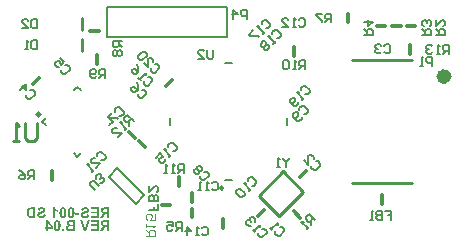
<source format=gbo>
G04 Layer_Color=32896*
%FSLAX43Y43*%
%MOMM*%
G71*
G01*
G75*
%ADD19C,0.254*%
%ADD51C,0.127*%
%ADD53C,0.305*%
%ADD55C,0.200*%
%ADD111C,0.250*%
%ADD112C,0.800*%
%ADD113C,0.300*%
%ADD114C,0.100*%
G36*
X5957Y741D02*
X5763D01*
X5443Y1637D01*
X5635D01*
X5854Y974D01*
X6081Y1637D01*
X6277D01*
X5957Y741D01*
D02*
G37*
G36*
X7925D02*
X7744D01*
Y1114D01*
X7696D01*
X7686Y1114D01*
X7667Y1113D01*
X7651Y1111D01*
X7638Y1110D01*
X7629Y1107D01*
X7622Y1106D01*
X7618Y1105D01*
X7616Y1104D01*
X7606Y1100D01*
X7595Y1094D01*
X7587Y1088D01*
X7578Y1082D01*
X7571Y1076D01*
X7567Y1072D01*
X7563Y1069D01*
X7562Y1067D01*
X7557Y1061D01*
X7550Y1054D01*
X7543Y1044D01*
X7536Y1035D01*
X7521Y1013D01*
X7505Y991D01*
X7497Y980D01*
X7490Y970D01*
X7484Y961D01*
X7478Y953D01*
X7473Y946D01*
X7470Y940D01*
X7467Y937D01*
X7466Y936D01*
X7336Y741D01*
X7119D01*
X7229Y915D01*
X7240Y933D01*
X7252Y951D01*
X7262Y967D01*
X7272Y981D01*
X7281Y995D01*
X7290Y1007D01*
X7298Y1017D01*
X7305Y1027D01*
X7311Y1035D01*
X7316Y1041D01*
X7321Y1048D01*
X7325Y1052D01*
X7328Y1055D01*
X7330Y1058D01*
X7331Y1059D01*
X7332Y1060D01*
X7347Y1075D01*
X7363Y1090D01*
X7379Y1102D01*
X7394Y1113D01*
X7408Y1122D01*
X7414Y1126D01*
X7418Y1129D01*
X7423Y1132D01*
X7426Y1134D01*
X7428Y1135D01*
X7428D01*
X7407Y1139D01*
X7387Y1144D01*
X7369Y1149D01*
X7351Y1156D01*
X7335Y1162D01*
X7321Y1169D01*
X7308Y1176D01*
X7296Y1183D01*
X7286Y1190D01*
X7277Y1196D01*
X7269Y1202D01*
X7263Y1208D01*
X7258Y1212D01*
X7255Y1215D01*
X7253Y1217D01*
X7252Y1218D01*
X7241Y1230D01*
X7232Y1244D01*
X7224Y1257D01*
X7217Y1271D01*
X7211Y1286D01*
X7207Y1299D01*
X7203Y1313D01*
X7200Y1326D01*
X7197Y1338D01*
X7195Y1349D01*
X7194Y1359D01*
X7193Y1368D01*
X7192Y1375D01*
Y1380D01*
Y1384D01*
Y1385D01*
X7193Y1400D01*
X7194Y1414D01*
X7198Y1440D01*
X7201Y1452D01*
X7205Y1464D01*
X7208Y1475D01*
X7211Y1485D01*
X7215Y1494D01*
X7219Y1502D01*
X7222Y1509D01*
X7225Y1515D01*
X7228Y1519D01*
X7230Y1522D01*
X7231Y1525D01*
X7232Y1526D01*
X7239Y1536D01*
X7247Y1547D01*
X7256Y1557D01*
X7264Y1565D01*
X7273Y1573D01*
X7281Y1580D01*
X7299Y1592D01*
X7313Y1601D01*
X7320Y1604D01*
X7325Y1607D01*
X7330Y1610D01*
X7333Y1611D01*
X7335Y1612D01*
X7336D01*
X7349Y1616D01*
X7364Y1620D01*
X7379Y1623D01*
X7396Y1627D01*
X7431Y1630D01*
X7465Y1634D01*
X7481Y1634D01*
X7496Y1635D01*
X7509Y1636D01*
X7522Y1637D01*
X7925D01*
Y741D01*
D02*
G37*
G36*
X2221Y2746D02*
X2238Y2744D01*
X2255Y2742D01*
X2271Y2740D01*
X2285Y2737D01*
X2299Y2734D01*
X2310Y2732D01*
X2322Y2728D01*
X2331Y2725D01*
X2340Y2723D01*
X2347Y2720D01*
X2352Y2718D01*
X2357Y2717D01*
X2359Y2715D01*
X2360D01*
X2373Y2709D01*
X2386Y2703D01*
X2397Y2695D01*
X2408Y2688D01*
X2418Y2680D01*
X2428Y2672D01*
X2436Y2665D01*
X2443Y2658D01*
X2450Y2651D01*
X2456Y2645D01*
X2461Y2639D01*
X2465Y2634D01*
X2468Y2630D01*
X2470Y2627D01*
X2471Y2625D01*
X2472Y2624D01*
X2479Y2613D01*
X2484Y2602D01*
X2490Y2591D01*
X2494Y2579D01*
X2501Y2558D01*
X2505Y2539D01*
X2507Y2529D01*
X2508Y2522D01*
X2508Y2515D01*
X2509Y2508D01*
X2510Y2504D01*
Y2500D01*
Y2498D01*
Y2497D01*
X2509Y2477D01*
X2506Y2459D01*
X2502Y2441D01*
X2497Y2424D01*
X2491Y2408D01*
X2484Y2393D01*
X2477Y2379D01*
X2469Y2367D01*
X2461Y2355D01*
X2454Y2345D01*
X2447Y2337D01*
X2441Y2330D01*
X2435Y2324D01*
X2431Y2320D01*
X2428Y2317D01*
X2428Y2316D01*
X2416Y2307D01*
X2402Y2298D01*
X2387Y2289D01*
X2371Y2281D01*
X2337Y2265D01*
X2304Y2253D01*
X2288Y2247D01*
X2273Y2242D01*
X2260Y2238D01*
X2247Y2234D01*
X2238Y2232D01*
X2230Y2229D01*
X2226Y2229D01*
X2225Y2228D01*
X2224D01*
X2204Y2223D01*
X2185Y2219D01*
X2168Y2214D01*
X2153Y2210D01*
X2140Y2206D01*
X2128Y2203D01*
X2117Y2201D01*
X2109Y2198D01*
X2101Y2196D01*
X2095Y2194D01*
X2089Y2192D01*
X2086Y2191D01*
X2082Y2191D01*
X2080Y2190D01*
X2079Y2189D01*
X2062Y2183D01*
X2049Y2176D01*
X2037Y2170D01*
X2028Y2163D01*
X2022Y2158D01*
X2017Y2154D01*
X2014Y2151D01*
X2013Y2150D01*
X2007Y2142D01*
X2002Y2132D01*
X1999Y2123D01*
X1997Y2114D01*
X1995Y2107D01*
X1995Y2101D01*
Y2097D01*
Y2096D01*
X1995Y2086D01*
X1996Y2078D01*
X1999Y2069D01*
X2002Y2062D01*
X2009Y2047D01*
X2016Y2034D01*
X2025Y2024D01*
X2032Y2016D01*
X2035Y2013D01*
X2037Y2011D01*
X2038Y2010D01*
X2039Y2009D01*
X2048Y2003D01*
X2058Y1998D01*
X2079Y1988D01*
X2100Y1982D01*
X2121Y1978D01*
X2131Y1976D01*
X2141Y1975D01*
X2149Y1974D01*
X2156D01*
X2163Y1973D01*
X2171D01*
X2186Y1974D01*
X2201Y1974D01*
X2214Y1977D01*
X2226Y1979D01*
X2238Y1982D01*
X2249Y1986D01*
X2259Y1990D01*
X2267Y1994D01*
X2275Y1997D01*
X2282Y2001D01*
X2288Y2005D01*
X2293Y2008D01*
X2297Y2010D01*
X2300Y2013D01*
X2302Y2013D01*
X2302Y2014D01*
X2311Y2023D01*
X2319Y2031D01*
X2333Y2052D01*
X2344Y2073D01*
X2352Y2095D01*
X2356Y2105D01*
X2358Y2114D01*
X2361Y2123D01*
X2363Y2130D01*
X2365Y2136D01*
X2365Y2141D01*
X2366Y2144D01*
Y2145D01*
X2543Y2128D01*
X2539Y2100D01*
X2533Y2075D01*
X2526Y2051D01*
X2519Y2028D01*
X2510Y2008D01*
X2501Y1988D01*
X2491Y1971D01*
X2482Y1957D01*
X2473Y1943D01*
X2464Y1931D01*
X2456Y1921D01*
X2449Y1913D01*
X2443Y1907D01*
X2438Y1902D01*
X2435Y1899D01*
X2435Y1898D01*
X2417Y1884D01*
X2397Y1873D01*
X2376Y1862D01*
X2355Y1853D01*
X2334Y1845D01*
X2311Y1839D01*
X2290Y1834D01*
X2269Y1830D01*
X2250Y1826D01*
X2231Y1824D01*
X2215Y1822D01*
X2201Y1821D01*
X2189Y1821D01*
X2184Y1820D01*
X2173D01*
X2151Y1821D01*
X2131Y1821D01*
X2111Y1823D01*
X2093Y1825D01*
X2076Y1828D01*
X2060Y1830D01*
X2045Y1833D01*
X2032Y1836D01*
X2020Y1839D01*
X2009Y1842D01*
X2000Y1845D01*
X1992Y1847D01*
X1986Y1849D01*
X1982Y1851D01*
X1979Y1852D01*
X1978D01*
X1964Y1859D01*
X1950Y1866D01*
X1938Y1873D01*
X1926Y1882D01*
X1915Y1890D01*
X1905Y1898D01*
X1897Y1907D01*
X1888Y1915D01*
X1881Y1922D01*
X1875Y1929D01*
X1870Y1936D01*
X1865Y1941D01*
X1862Y1946D01*
X1859Y1949D01*
X1858Y1951D01*
X1857Y1952D01*
X1849Y1964D01*
X1842Y1978D01*
X1837Y1991D01*
X1832Y2003D01*
X1824Y2027D01*
X1821Y2039D01*
X1819Y2050D01*
X1817Y2059D01*
X1816Y2069D01*
X1815Y2076D01*
X1814Y2083D01*
X1814Y2089D01*
Y2093D01*
Y2096D01*
Y2097D01*
Y2112D01*
X1815Y2127D01*
X1817Y2141D01*
X1819Y2155D01*
X1822Y2167D01*
X1825Y2179D01*
X1828Y2190D01*
X1831Y2199D01*
X1835Y2208D01*
X1838Y2216D01*
X1841Y2223D01*
X1844Y2229D01*
X1846Y2233D01*
X1848Y2236D01*
X1849Y2238D01*
X1849Y2239D01*
X1864Y2259D01*
X1880Y2278D01*
X1897Y2293D01*
X1912Y2306D01*
X1927Y2316D01*
X1933Y2320D01*
X1938Y2323D01*
X1943Y2327D01*
X1946Y2328D01*
X1948Y2330D01*
X1949D01*
X1961Y2336D01*
X1975Y2342D01*
X1990Y2348D01*
X2006Y2354D01*
X2038Y2365D01*
X2070Y2375D01*
X2085Y2379D01*
X2099Y2383D01*
X2111Y2386D01*
X2122Y2389D01*
X2131Y2391D01*
X2138Y2393D01*
X2142Y2394D01*
X2144D01*
X2167Y2400D01*
X2189Y2406D01*
X2208Y2411D01*
X2226Y2417D01*
X2241Y2422D01*
X2254Y2427D01*
X2267Y2432D01*
X2277Y2436D01*
X2285Y2440D01*
X2292Y2443D01*
X2299Y2446D01*
X2302Y2449D01*
X2306Y2451D01*
X2309Y2452D01*
X2309Y2454D01*
X2310D01*
X2319Y2463D01*
X2326Y2472D01*
X2330Y2481D01*
X2334Y2490D01*
X2335Y2498D01*
X2336Y2503D01*
X2337Y2507D01*
Y2508D01*
X2335Y2521D01*
X2332Y2532D01*
X2328Y2542D01*
X2323Y2550D01*
X2317Y2556D01*
X2313Y2561D01*
X2310Y2564D01*
X2309Y2564D01*
X2300Y2570D01*
X2290Y2575D01*
X2271Y2583D01*
X2250Y2589D01*
X2230Y2593D01*
X2221Y2595D01*
X2212Y2596D01*
X2205Y2596D01*
X2198D01*
X2193Y2597D01*
X2171D01*
X2159Y2596D01*
X2146Y2594D01*
X2135Y2592D01*
X2124Y2590D01*
X2115Y2588D01*
X2107Y2585D01*
X2100Y2582D01*
X2093Y2579D01*
X2087Y2576D01*
X2082Y2574D01*
X2078Y2571D01*
X2075Y2570D01*
X2072Y2568D01*
X2072Y2567D01*
X2071D01*
X2064Y2561D01*
X2058Y2554D01*
X2047Y2539D01*
X2037Y2522D01*
X2031Y2505D01*
X2026Y2491D01*
X2024Y2484D01*
X2023Y2479D01*
X2022Y2474D01*
X2021Y2470D01*
X2020Y2468D01*
Y2467D01*
X1839Y2475D01*
X1841Y2498D01*
X1845Y2519D01*
X1849Y2540D01*
X1856Y2558D01*
X1863Y2575D01*
X1870Y2592D01*
X1878Y2606D01*
X1886Y2620D01*
X1894Y2632D01*
X1902Y2643D01*
X1909Y2651D01*
X1916Y2659D01*
X1922Y2665D01*
X1925Y2669D01*
X1929Y2672D01*
X1929Y2672D01*
X1946Y2686D01*
X1964Y2697D01*
X1985Y2707D01*
X2005Y2716D01*
X2026Y2723D01*
X2047Y2729D01*
X2068Y2734D01*
X2088Y2738D01*
X2107Y2741D01*
X2125Y2743D01*
X2142Y2745D01*
X2156Y2746D01*
X2167D01*
X2172Y2747D01*
X2202D01*
X2221Y2746D01*
D02*
G37*
G36*
X4706Y2735D02*
X4727Y2732D01*
X4748Y2727D01*
X4769Y2721D01*
X4787Y2714D01*
X4803Y2706D01*
X4818Y2698D01*
X4832Y2690D01*
X4844Y2680D01*
X4855Y2672D01*
X4863Y2665D01*
X4871Y2658D01*
X4877Y2651D01*
X4881Y2647D01*
X4884Y2644D01*
X4884Y2643D01*
X4892Y2632D01*
X4900Y2620D01*
X4913Y2596D01*
X4925Y2568D01*
X4935Y2539D01*
X4944Y2509D01*
X4951Y2479D01*
X4957Y2449D01*
X4961Y2419D01*
X4965Y2391D01*
X4968Y2365D01*
X4970Y2341D01*
Y2330D01*
X4971Y2320D01*
X4971Y2311D01*
Y2302D01*
X4972Y2295D01*
Y2289D01*
Y2285D01*
Y2282D01*
Y2279D01*
Y2278D01*
Y2254D01*
X4971Y2232D01*
X4970Y2210D01*
X4969Y2189D01*
X4967Y2169D01*
X4964Y2149D01*
X4962Y2131D01*
X4960Y2114D01*
X4957Y2097D01*
X4954Y2081D01*
X4951Y2066D01*
X4947Y2051D01*
X4944Y2038D01*
X4940Y2026D01*
X4936Y2013D01*
X4932Y2002D01*
X4925Y1982D01*
X4918Y1965D01*
X4911Y1951D01*
X4905Y1940D01*
X4899Y1931D01*
X4895Y1925D01*
X4893Y1922D01*
X4892Y1920D01*
X4877Y1902D01*
X4860Y1887D01*
X4843Y1873D01*
X4825Y1862D01*
X4807Y1852D01*
X4790Y1845D01*
X4773Y1838D01*
X4757Y1832D01*
X4741Y1828D01*
X4727Y1825D01*
X4714Y1823D01*
X4703Y1821D01*
X4694Y1821D01*
X4687Y1820D01*
X4682D01*
X4657Y1821D01*
X4636Y1824D01*
X4614Y1828D01*
X4595Y1834D01*
X4577Y1841D01*
X4560Y1849D01*
X4545Y1857D01*
X4531Y1866D01*
X4519Y1874D01*
X4508Y1883D01*
X4500Y1891D01*
X4492Y1898D01*
X4486Y1903D01*
X4482Y1908D01*
X4479Y1911D01*
X4479Y1912D01*
X4471Y1922D01*
X4463Y1934D01*
X4449Y1959D01*
X4438Y1987D01*
X4427Y2016D01*
X4419Y2045D01*
X4412Y2076D01*
X4406Y2107D01*
X4401Y2136D01*
X4398Y2164D01*
X4395Y2191D01*
X4392Y2215D01*
Y2226D01*
X4392Y2236D01*
X4391Y2244D01*
Y2253D01*
X4390Y2260D01*
Y2266D01*
Y2271D01*
Y2274D01*
Y2276D01*
Y2277D01*
Y2300D01*
X4391Y2323D01*
X4392Y2344D01*
X4394Y2365D01*
X4396Y2386D01*
X4398Y2405D01*
X4401Y2424D01*
X4404Y2442D01*
X4407Y2459D01*
X4410Y2474D01*
X4414Y2490D01*
X4418Y2505D01*
X4426Y2531D01*
X4434Y2555D01*
X4442Y2576D01*
X4450Y2594D01*
X4458Y2609D01*
X4464Y2621D01*
X4470Y2630D01*
X4474Y2637D01*
X4477Y2641D01*
X4478Y2642D01*
X4492Y2658D01*
X4507Y2673D01*
X4524Y2686D01*
X4541Y2696D01*
X4557Y2705D01*
X4574Y2713D01*
X4591Y2719D01*
X4607Y2724D01*
X4623Y2728D01*
X4636Y2731D01*
X4649Y2732D01*
X4660Y2734D01*
X4669Y2735D01*
X4676Y2735D01*
X4682D01*
X4706Y2735D01*
D02*
G37*
G36*
X4009D02*
X4031Y2732D01*
X4052Y2727D01*
X4072Y2721D01*
X4090Y2714D01*
X4106Y2706D01*
X4122Y2698D01*
X4135Y2690D01*
X4148Y2680D01*
X4159Y2672D01*
X4167Y2665D01*
X4175Y2658D01*
X4180Y2651D01*
X4185Y2647D01*
X4187Y2644D01*
X4188Y2643D01*
X4196Y2632D01*
X4204Y2620D01*
X4217Y2596D01*
X4228Y2568D01*
X4239Y2539D01*
X4247Y2509D01*
X4254Y2479D01*
X4260Y2449D01*
X4265Y2419D01*
X4269Y2391D01*
X4271Y2365D01*
X4274Y2341D01*
Y2330D01*
X4274Y2320D01*
X4275Y2311D01*
Y2302D01*
X4276Y2295D01*
Y2289D01*
Y2285D01*
Y2282D01*
Y2279D01*
Y2278D01*
Y2254D01*
X4275Y2232D01*
X4274Y2210D01*
X4273Y2189D01*
X4270Y2169D01*
X4268Y2149D01*
X4266Y2131D01*
X4263Y2114D01*
X4260Y2097D01*
X4257Y2081D01*
X4254Y2066D01*
X4250Y2051D01*
X4247Y2038D01*
X4243Y2026D01*
X4239Y2013D01*
X4235Y2002D01*
X4228Y1982D01*
X4221Y1965D01*
X4214Y1951D01*
X4208Y1940D01*
X4203Y1931D01*
X4199Y1925D01*
X4197Y1922D01*
X4196Y1920D01*
X4180Y1902D01*
X4164Y1887D01*
X4147Y1873D01*
X4129Y1862D01*
X4111Y1852D01*
X4094Y1845D01*
X4077Y1838D01*
X4061Y1832D01*
X4045Y1828D01*
X4031Y1825D01*
X4018Y1823D01*
X4007Y1821D01*
X3998Y1821D01*
X3991Y1820D01*
X3985D01*
X3961Y1821D01*
X3939Y1824D01*
X3918Y1828D01*
X3898Y1834D01*
X3880Y1841D01*
X3864Y1849D01*
X3848Y1857D01*
X3834Y1866D01*
X3823Y1874D01*
X3812Y1883D01*
X3803Y1891D01*
X3796Y1898D01*
X3790Y1903D01*
X3785Y1908D01*
X3783Y1911D01*
X3782Y1912D01*
X3775Y1922D01*
X3767Y1934D01*
X3753Y1959D01*
X3741Y1987D01*
X3731Y2016D01*
X3722Y2045D01*
X3715Y2076D01*
X3709Y2107D01*
X3705Y2136D01*
X3701Y2164D01*
X3698Y2191D01*
X3696Y2215D01*
Y2226D01*
X3695Y2236D01*
X3694Y2244D01*
Y2253D01*
X3694Y2260D01*
Y2266D01*
Y2271D01*
Y2274D01*
Y2276D01*
Y2277D01*
Y2300D01*
X3694Y2323D01*
X3696Y2344D01*
X3698Y2365D01*
X3699Y2386D01*
X3701Y2405D01*
X3705Y2424D01*
X3708Y2442D01*
X3711Y2459D01*
X3714Y2474D01*
X3718Y2490D01*
X3722Y2505D01*
X3729Y2531D01*
X3737Y2555D01*
X3746Y2576D01*
X3754Y2594D01*
X3761Y2609D01*
X3768Y2621D01*
X3774Y2630D01*
X3778Y2637D01*
X3781Y2641D01*
X3782Y2642D01*
X3796Y2658D01*
X3811Y2673D01*
X3827Y2686D01*
X3844Y2696D01*
X3861Y2705D01*
X3878Y2713D01*
X3895Y2719D01*
X3911Y2724D01*
X3926Y2728D01*
X3940Y2731D01*
X3953Y2732D01*
X3963Y2734D01*
X3973Y2735D01*
X3980Y2735D01*
X3985D01*
X4009Y2735D01*
D02*
G37*
G36*
X3122Y1071D02*
Y921D01*
X2755D01*
Y741D01*
X2588D01*
Y921D01*
X2477D01*
Y1072D01*
X2588D01*
Y1641D01*
X2733D01*
X3122Y1071D01*
D02*
G37*
G36*
X3522Y1640D02*
X3544Y1637D01*
X3565Y1632D01*
X3585Y1626D01*
X3603Y1619D01*
X3619Y1611D01*
X3635Y1603D01*
X3648Y1595D01*
X3660Y1585D01*
X3671Y1578D01*
X3680Y1570D01*
X3687Y1563D01*
X3693Y1557D01*
X3698Y1552D01*
X3700Y1549D01*
X3701Y1548D01*
X3708Y1537D01*
X3716Y1526D01*
X3729Y1501D01*
X3741Y1473D01*
X3751Y1444D01*
X3760Y1414D01*
X3767Y1384D01*
X3773Y1354D01*
X3778Y1324D01*
X3782Y1296D01*
X3784Y1270D01*
X3786Y1246D01*
Y1235D01*
X3787Y1225D01*
X3788Y1216D01*
Y1208D01*
X3789Y1201D01*
Y1194D01*
Y1190D01*
Y1187D01*
Y1184D01*
Y1184D01*
Y1159D01*
X3788Y1137D01*
X3786Y1115D01*
X3785Y1094D01*
X3783Y1074D01*
X3781Y1055D01*
X3778Y1037D01*
X3776Y1019D01*
X3773Y1002D01*
X3770Y986D01*
X3767Y971D01*
X3763Y957D01*
X3760Y943D01*
X3756Y931D01*
X3752Y919D01*
X3748Y908D01*
X3741Y887D01*
X3734Y870D01*
X3727Y856D01*
X3721Y845D01*
X3715Y836D01*
X3712Y830D01*
X3709Y827D01*
X3708Y825D01*
X3693Y807D01*
X3677Y792D01*
X3660Y779D01*
X3642Y767D01*
X3624Y758D01*
X3607Y750D01*
X3590Y743D01*
X3573Y737D01*
X3558Y734D01*
X3544Y730D01*
X3530Y728D01*
X3520Y727D01*
X3510Y726D01*
X3503Y725D01*
X3498D01*
X3474Y726D01*
X3452Y729D01*
X3430Y734D01*
X3411Y739D01*
X3393Y746D01*
X3377Y754D01*
X3361Y762D01*
X3347Y771D01*
X3335Y779D01*
X3325Y788D01*
X3316Y796D01*
X3308Y803D01*
X3303Y808D01*
X3298Y813D01*
X3296Y816D01*
X3295Y817D01*
X3287Y828D01*
X3279Y839D01*
X3265Y864D01*
X3254Y892D01*
X3244Y921D01*
X3235Y950D01*
X3228Y981D01*
X3222Y1012D01*
X3217Y1041D01*
X3214Y1069D01*
X3211Y1096D01*
X3209Y1120D01*
Y1131D01*
X3208Y1141D01*
X3207Y1149D01*
Y1158D01*
X3206Y1165D01*
Y1171D01*
Y1176D01*
Y1179D01*
Y1181D01*
Y1182D01*
Y1205D01*
X3207Y1228D01*
X3209Y1250D01*
X3210Y1271D01*
X3212Y1291D01*
X3214Y1310D01*
X3217Y1329D01*
X3220Y1347D01*
X3223Y1364D01*
X3227Y1379D01*
X3230Y1395D01*
X3234Y1410D01*
X3242Y1436D01*
X3250Y1460D01*
X3258Y1481D01*
X3266Y1499D01*
X3274Y1514D01*
X3280Y1526D01*
X3286Y1536D01*
X3290Y1542D01*
X3293Y1546D01*
X3294Y1547D01*
X3308Y1564D01*
X3324Y1578D01*
X3340Y1591D01*
X3357Y1601D01*
X3373Y1610D01*
X3391Y1618D01*
X3408Y1624D01*
X3423Y1629D01*
X3439Y1633D01*
X3453Y1636D01*
X3465Y1637D01*
X3476Y1639D01*
X3485Y1640D01*
X3492Y1641D01*
X3498D01*
X3522Y1640D01*
D02*
G37*
G36*
X4100Y741D02*
X3928D01*
Y912D01*
X4100D01*
Y741D01*
D02*
G37*
G36*
X7021D02*
X6339D01*
Y892D01*
X6840D01*
Y1135D01*
X6390D01*
Y1287D01*
X6840D01*
Y1485D01*
X6357D01*
Y1637D01*
X7021D01*
Y741D01*
D02*
G37*
G36*
X5002D02*
X4666D01*
X4638Y741D01*
X4612D01*
X4590Y742D01*
X4570D01*
X4552Y743D01*
X4536D01*
X4523Y744D01*
X4511Y744D01*
X4502D01*
X4494Y745D01*
X4484D01*
X4481Y746D01*
X4479D01*
X4453Y751D01*
X4429Y756D01*
X4409Y763D01*
X4399Y767D01*
X4391Y771D01*
X4383Y774D01*
X4377Y778D01*
X4371Y780D01*
X4366Y783D01*
X4362Y786D01*
X4360Y787D01*
X4358Y789D01*
X4357D01*
X4340Y803D01*
X4325Y818D01*
X4312Y833D01*
X4300Y848D01*
X4291Y861D01*
X4288Y866D01*
X4285Y872D01*
X4283Y876D01*
X4281Y879D01*
X4280Y880D01*
Y881D01*
X4270Y903D01*
X4263Y924D01*
X4258Y944D01*
X4255Y962D01*
X4253Y971D01*
X4253Y978D01*
X4252Y984D01*
Y990D01*
X4251Y994D01*
Y997D01*
Y999D01*
Y1000D01*
X4252Y1014D01*
X4253Y1028D01*
X4255Y1041D01*
X4258Y1054D01*
X4261Y1066D01*
X4265Y1077D01*
X4269Y1087D01*
X4273Y1097D01*
X4277Y1106D01*
X4281Y1113D01*
X4285Y1120D01*
X4288Y1125D01*
X4291Y1130D01*
X4294Y1133D01*
X4295Y1135D01*
X4295Y1135D01*
X4304Y1145D01*
X4313Y1156D01*
X4333Y1173D01*
X4354Y1187D01*
X4375Y1198D01*
X4384Y1202D01*
X4392Y1206D01*
X4401Y1210D01*
X4408Y1212D01*
X4413Y1215D01*
X4417Y1216D01*
X4420Y1217D01*
X4421D01*
X4400Y1228D01*
X4382Y1240D01*
X4367Y1253D01*
X4354Y1266D01*
X4343Y1278D01*
X4336Y1287D01*
X4333Y1291D01*
X4331Y1293D01*
X4329Y1295D01*
Y1295D01*
X4323Y1306D01*
X4318Y1316D01*
X4310Y1336D01*
X4304Y1355D01*
X4299Y1373D01*
X4298Y1381D01*
X4297Y1389D01*
X4296Y1395D01*
Y1400D01*
X4295Y1405D01*
Y1408D01*
Y1411D01*
Y1411D01*
X4297Y1432D01*
X4300Y1452D01*
X4304Y1470D01*
X4309Y1485D01*
X4312Y1491D01*
X4315Y1498D01*
X4317Y1503D01*
X4319Y1508D01*
X4321Y1511D01*
X4322Y1513D01*
X4323Y1515D01*
Y1515D01*
X4334Y1532D01*
X4345Y1547D01*
X4357Y1560D01*
X4368Y1571D01*
X4377Y1578D01*
X4385Y1585D01*
X4388Y1587D01*
X4390Y1589D01*
X4391Y1590D01*
X4392D01*
X4407Y1600D01*
X4424Y1608D01*
X4440Y1614D01*
X4454Y1620D01*
X4467Y1623D01*
X4472Y1624D01*
X4477Y1626D01*
X4480Y1627D01*
X4483D01*
X4485Y1627D01*
X4486D01*
X4496Y1629D01*
X4507Y1630D01*
X4520Y1632D01*
X4532Y1633D01*
X4559Y1634D01*
X4584Y1636D01*
X4608D01*
X4618Y1637D01*
X5002D01*
Y741D01*
D02*
G37*
G36*
X3286Y2720D02*
X3293Y2706D01*
X3300Y2692D01*
X3309Y2678D01*
X3318Y2665D01*
X3327Y2654D01*
X3336Y2643D01*
X3345Y2633D01*
X3353Y2623D01*
X3362Y2616D01*
X3369Y2609D01*
X3375Y2602D01*
X3380Y2598D01*
X3385Y2595D01*
X3387Y2592D01*
X3388Y2592D01*
X3403Y2581D01*
X3417Y2571D01*
X3431Y2561D01*
X3444Y2553D01*
X3457Y2545D01*
X3469Y2538D01*
X3480Y2533D01*
X3490Y2527D01*
X3500Y2522D01*
X3508Y2519D01*
X3516Y2515D01*
X3522Y2513D01*
X3527Y2511D01*
X3530Y2509D01*
X3533Y2508D01*
X3534D01*
Y2352D01*
X3510Y2361D01*
X3488Y2370D01*
X3466Y2379D01*
X3445Y2390D01*
X3426Y2401D01*
X3407Y2412D01*
X3391Y2422D01*
X3374Y2433D01*
X3360Y2443D01*
X3348Y2452D01*
X3337Y2460D01*
X3328Y2468D01*
X3321Y2473D01*
X3316Y2478D01*
X3312Y2481D01*
X3311Y2482D01*
Y1835D01*
X3140D01*
Y2735D01*
X3279D01*
X3286Y2720D01*
D02*
G37*
G36*
X5372Y2075D02*
X5034D01*
Y2247D01*
X5372D01*
Y2075D01*
D02*
G37*
G36*
X7925Y1835D02*
X7744D01*
Y2209D01*
X7696D01*
X7686Y2208D01*
X7667Y2208D01*
X7651Y2206D01*
X7638Y2205D01*
X7629Y2202D01*
X7622Y2201D01*
X7618Y2200D01*
X7616Y2199D01*
X7606Y2194D01*
X7595Y2189D01*
X7587Y2183D01*
X7578Y2177D01*
X7571Y2171D01*
X7567Y2166D01*
X7563Y2163D01*
X7562Y2162D01*
X7557Y2156D01*
X7550Y2149D01*
X7543Y2139D01*
X7536Y2130D01*
X7521Y2108D01*
X7505Y2086D01*
X7497Y2075D01*
X7490Y2065D01*
X7484Y2055D01*
X7478Y2048D01*
X7473Y2041D01*
X7470Y2035D01*
X7467Y2032D01*
X7466Y2030D01*
X7336Y1835D01*
X7119D01*
X7229Y2009D01*
X7240Y2028D01*
X7252Y2046D01*
X7262Y2062D01*
X7272Y2076D01*
X7281Y2090D01*
X7290Y2102D01*
X7298Y2112D01*
X7305Y2121D01*
X7311Y2130D01*
X7316Y2136D01*
X7321Y2142D01*
X7325Y2147D01*
X7328Y2150D01*
X7330Y2153D01*
X7331Y2154D01*
X7332Y2155D01*
X7347Y2170D01*
X7363Y2184D01*
X7379Y2197D01*
X7394Y2208D01*
X7408Y2217D01*
X7414Y2221D01*
X7418Y2224D01*
X7423Y2227D01*
X7426Y2229D01*
X7428Y2230D01*
X7428D01*
X7407Y2234D01*
X7387Y2239D01*
X7369Y2244D01*
X7351Y2250D01*
X7335Y2257D01*
X7321Y2264D01*
X7308Y2271D01*
X7296Y2278D01*
X7286Y2285D01*
X7277Y2291D01*
X7269Y2297D01*
X7263Y2302D01*
X7258Y2306D01*
X7255Y2309D01*
X7253Y2312D01*
X7252Y2313D01*
X7241Y2325D01*
X7232Y2339D01*
X7224Y2352D01*
X7217Y2366D01*
X7211Y2381D01*
X7207Y2394D01*
X7203Y2408D01*
X7200Y2421D01*
X7197Y2433D01*
X7195Y2444D01*
X7194Y2454D01*
X7193Y2463D01*
X7192Y2470D01*
Y2475D01*
Y2479D01*
Y2480D01*
X7193Y2494D01*
X7194Y2508D01*
X7198Y2535D01*
X7201Y2547D01*
X7205Y2559D01*
X7208Y2570D01*
X7211Y2580D01*
X7215Y2589D01*
X7219Y2597D01*
X7222Y2604D01*
X7225Y2609D01*
X7228Y2614D01*
X7230Y2617D01*
X7231Y2620D01*
X7232Y2620D01*
X7239Y2631D01*
X7247Y2642D01*
X7256Y2651D01*
X7264Y2660D01*
X7273Y2668D01*
X7281Y2675D01*
X7299Y2687D01*
X7313Y2696D01*
X7320Y2699D01*
X7325Y2702D01*
X7330Y2704D01*
X7333Y2706D01*
X7335Y2707D01*
X7336D01*
X7349Y2711D01*
X7364Y2715D01*
X7379Y2718D01*
X7396Y2721D01*
X7431Y2725D01*
X7465Y2728D01*
X7481Y2729D01*
X7496Y2730D01*
X7509Y2731D01*
X7522Y2732D01*
X7925D01*
Y1835D01*
D02*
G37*
G36*
X1662D02*
X1303D01*
X1286Y1836D01*
X1269Y1837D01*
X1254Y1838D01*
X1240Y1840D01*
X1227Y1842D01*
X1215Y1843D01*
X1204Y1845D01*
X1194Y1846D01*
X1186Y1848D01*
X1179Y1849D01*
X1172Y1851D01*
X1168Y1852D01*
X1165Y1853D01*
X1162Y1854D01*
X1161D01*
X1147Y1859D01*
X1133Y1864D01*
X1120Y1870D01*
X1108Y1876D01*
X1096Y1882D01*
X1086Y1888D01*
X1076Y1894D01*
X1067Y1899D01*
X1060Y1905D01*
X1053Y1910D01*
X1047Y1914D01*
X1043Y1918D01*
X1039Y1921D01*
X1036Y1923D01*
X1035Y1925D01*
X1034Y1926D01*
X1022Y1937D01*
X1012Y1950D01*
X993Y1976D01*
X976Y2002D01*
X962Y2027D01*
X957Y2039D01*
X952Y2050D01*
X948Y2059D01*
X945Y2068D01*
X942Y2075D01*
X940Y2079D01*
X938Y2083D01*
Y2084D01*
X929Y2115D01*
X922Y2148D01*
X917Y2180D01*
X915Y2194D01*
X914Y2209D01*
X913Y2223D01*
X912Y2236D01*
X911Y2247D01*
Y2256D01*
X910Y2264D01*
Y2270D01*
Y2273D01*
Y2275D01*
Y2298D01*
X912Y2320D01*
X913Y2341D01*
X915Y2361D01*
X917Y2379D01*
X920Y2397D01*
X922Y2413D01*
X925Y2428D01*
X928Y2441D01*
X931Y2452D01*
X933Y2463D01*
X935Y2470D01*
X937Y2477D01*
X938Y2482D01*
X940Y2485D01*
Y2486D01*
X952Y2517D01*
X959Y2532D01*
X966Y2545D01*
X973Y2558D01*
X980Y2570D01*
X987Y2581D01*
X994Y2591D01*
X1001Y2600D01*
X1007Y2608D01*
X1012Y2615D01*
X1017Y2620D01*
X1021Y2625D01*
X1024Y2629D01*
X1025Y2630D01*
X1026Y2631D01*
X1037Y2642D01*
X1048Y2652D01*
X1060Y2661D01*
X1071Y2669D01*
X1082Y2677D01*
X1093Y2683D01*
X1114Y2695D01*
X1124Y2700D01*
X1133Y2704D01*
X1140Y2707D01*
X1147Y2709D01*
X1153Y2711D01*
X1157Y2713D01*
X1160Y2714D01*
X1161D01*
X1172Y2717D01*
X1185Y2720D01*
X1212Y2724D01*
X1241Y2727D01*
X1268Y2729D01*
X1281Y2730D01*
X1293Y2731D01*
X1304D01*
X1313Y2732D01*
X1662D01*
Y1835D01*
D02*
G37*
G36*
X5910Y2746D02*
X5927Y2744D01*
X5945Y2742D01*
X5960Y2740D01*
X5974Y2737D01*
X5988Y2734D01*
X6000Y2732D01*
X6011Y2728D01*
X6021Y2725D01*
X6029Y2723D01*
X6036Y2720D01*
X6042Y2718D01*
X6046Y2717D01*
X6049Y2715D01*
X6050D01*
X6063Y2709D01*
X6075Y2703D01*
X6087Y2695D01*
X6098Y2688D01*
X6108Y2680D01*
X6117Y2672D01*
X6126Y2665D01*
X6133Y2658D01*
X6140Y2651D01*
X6145Y2645D01*
X6151Y2639D01*
X6154Y2634D01*
X6158Y2630D01*
X6160Y2627D01*
X6161Y2625D01*
X6161Y2624D01*
X6168Y2613D01*
X6174Y2602D01*
X6179Y2591D01*
X6183Y2579D01*
X6190Y2558D01*
X6195Y2539D01*
X6196Y2529D01*
X6197Y2522D01*
X6198Y2515D01*
X6199Y2508D01*
X6200Y2504D01*
Y2500D01*
Y2498D01*
Y2497D01*
X6199Y2477D01*
X6196Y2459D01*
X6192Y2441D01*
X6186Y2424D01*
X6180Y2408D01*
X6173Y2393D01*
X6166Y2379D01*
X6158Y2367D01*
X6151Y2355D01*
X6144Y2345D01*
X6137Y2337D01*
X6130Y2330D01*
X6125Y2324D01*
X6121Y2320D01*
X6118Y2317D01*
X6117Y2316D01*
X6105Y2307D01*
X6091Y2298D01*
X6077Y2289D01*
X6060Y2281D01*
X6027Y2265D01*
X5994Y2253D01*
X5977Y2247D01*
X5962Y2242D01*
X5949Y2238D01*
X5937Y2234D01*
X5927Y2232D01*
X5920Y2229D01*
X5915Y2229D01*
X5914Y2228D01*
X5913D01*
X5893Y2223D01*
X5875Y2219D01*
X5858Y2214D01*
X5843Y2210D01*
X5830Y2206D01*
X5818Y2203D01*
X5807Y2201D01*
X5798Y2198D01*
X5791Y2196D01*
X5784Y2194D01*
X5779Y2192D01*
X5775Y2191D01*
X5772Y2191D01*
X5770Y2190D01*
X5768Y2189D01*
X5752Y2183D01*
X5739Y2176D01*
X5727Y2170D01*
X5718Y2163D01*
X5711Y2158D01*
X5707Y2154D01*
X5704Y2151D01*
X5703Y2150D01*
X5697Y2142D01*
X5692Y2132D01*
X5689Y2123D01*
X5687Y2114D01*
X5685Y2107D01*
X5684Y2101D01*
Y2097D01*
Y2096D01*
X5685Y2086D01*
X5686Y2078D01*
X5688Y2069D01*
X5691Y2062D01*
X5698Y2047D01*
X5706Y2034D01*
X5715Y2024D01*
X5722Y2016D01*
X5725Y2013D01*
X5727Y2011D01*
X5728Y2010D01*
X5729Y2009D01*
X5737Y2003D01*
X5747Y1998D01*
X5768Y1988D01*
X5790Y1982D01*
X5811Y1978D01*
X5821Y1976D01*
X5830Y1975D01*
X5839Y1974D01*
X5846D01*
X5852Y1973D01*
X5861D01*
X5875Y1974D01*
X5890Y1974D01*
X5903Y1977D01*
X5916Y1979D01*
X5927Y1982D01*
X5938Y1986D01*
X5948Y1990D01*
X5957Y1994D01*
X5965Y1997D01*
X5972Y2001D01*
X5978Y2005D01*
X5983Y2008D01*
X5987Y2010D01*
X5990Y2013D01*
X5991Y2013D01*
X5992Y2014D01*
X6001Y2023D01*
X6008Y2031D01*
X6022Y2052D01*
X6033Y2073D01*
X6042Y2095D01*
X6046Y2105D01*
X6048Y2114D01*
X6050Y2123D01*
X6053Y2130D01*
X6054Y2136D01*
X6055Y2141D01*
X6056Y2144D01*
Y2145D01*
X6232Y2128D01*
X6228Y2100D01*
X6223Y2075D01*
X6216Y2051D01*
X6208Y2028D01*
X6200Y2008D01*
X6190Y1988D01*
X6181Y1971D01*
X6172Y1957D01*
X6162Y1943D01*
X6154Y1931D01*
X6146Y1921D01*
X6139Y1913D01*
X6133Y1907D01*
X6128Y1902D01*
X6125Y1899D01*
X6124Y1898D01*
X6106Y1884D01*
X6087Y1873D01*
X6066Y1862D01*
X6045Y1853D01*
X6023Y1845D01*
X6001Y1839D01*
X5980Y1834D01*
X5959Y1830D01*
X5939Y1826D01*
X5920Y1824D01*
X5904Y1822D01*
X5890Y1821D01*
X5879Y1821D01*
X5874Y1820D01*
X5862D01*
X5840Y1821D01*
X5820Y1821D01*
X5801Y1823D01*
X5783Y1825D01*
X5766Y1828D01*
X5750Y1830D01*
X5735Y1833D01*
X5722Y1836D01*
X5709Y1839D01*
X5699Y1842D01*
X5690Y1845D01*
X5682Y1847D01*
X5676Y1849D01*
X5672Y1851D01*
X5669Y1852D01*
X5668D01*
X5654Y1859D01*
X5640Y1866D01*
X5627Y1873D01*
X5616Y1882D01*
X5605Y1890D01*
X5595Y1898D01*
X5586Y1907D01*
X5578Y1915D01*
X5571Y1922D01*
X5565Y1929D01*
X5559Y1936D01*
X5554Y1941D01*
X5551Y1946D01*
X5549Y1949D01*
X5547Y1951D01*
X5547Y1952D01*
X5539Y1964D01*
X5532Y1978D01*
X5526Y1991D01*
X5522Y2003D01*
X5514Y2027D01*
X5511Y2039D01*
X5509Y2050D01*
X5507Y2059D01*
X5505Y2069D01*
X5505Y2076D01*
X5504Y2083D01*
X5503Y2089D01*
Y2093D01*
Y2096D01*
Y2097D01*
Y2112D01*
X5505Y2127D01*
X5506Y2141D01*
X5509Y2155D01*
X5512Y2167D01*
X5515Y2179D01*
X5518Y2190D01*
X5521Y2199D01*
X5524Y2208D01*
X5527Y2216D01*
X5530Y2223D01*
X5533Y2229D01*
X5536Y2233D01*
X5537Y2236D01*
X5538Y2238D01*
X5539Y2239D01*
X5554Y2259D01*
X5569Y2278D01*
X5586Y2293D01*
X5602Y2306D01*
X5617Y2316D01*
X5623Y2320D01*
X5627Y2323D01*
X5632Y2327D01*
X5635Y2328D01*
X5638Y2330D01*
X5638D01*
X5651Y2336D01*
X5665Y2342D01*
X5680Y2348D01*
X5695Y2354D01*
X5728Y2365D01*
X5760Y2375D01*
X5774Y2379D01*
X5788Y2383D01*
X5801Y2386D01*
X5812Y2389D01*
X5821Y2391D01*
X5828Y2393D01*
X5832Y2394D01*
X5833D01*
X5857Y2400D01*
X5879Y2406D01*
X5898Y2411D01*
X5915Y2417D01*
X5931Y2422D01*
X5944Y2427D01*
X5956Y2432D01*
X5966Y2436D01*
X5975Y2440D01*
X5982Y2443D01*
X5988Y2446D01*
X5992Y2449D01*
X5996Y2451D01*
X5998Y2452D01*
X5999Y2454D01*
X6000D01*
X6008Y2463D01*
X6015Y2472D01*
X6020Y2481D01*
X6023Y2490D01*
X6025Y2498D01*
X6025Y2503D01*
X6026Y2507D01*
Y2508D01*
X6025Y2521D01*
X6022Y2532D01*
X6018Y2542D01*
X6012Y2550D01*
X6007Y2556D01*
X6003Y2561D01*
X6000Y2564D01*
X5998Y2564D01*
X5990Y2570D01*
X5980Y2575D01*
X5960Y2583D01*
X5939Y2589D01*
X5920Y2593D01*
X5910Y2595D01*
X5902Y2596D01*
X5894Y2596D01*
X5888D01*
X5882Y2597D01*
X5861D01*
X5848Y2596D01*
X5836Y2594D01*
X5825Y2592D01*
X5814Y2590D01*
X5805Y2588D01*
X5796Y2585D01*
X5789Y2582D01*
X5782Y2579D01*
X5777Y2576D01*
X5771Y2574D01*
X5767Y2571D01*
X5764Y2570D01*
X5762Y2568D01*
X5761Y2567D01*
X5760D01*
X5753Y2561D01*
X5747Y2554D01*
X5736Y2539D01*
X5727Y2522D01*
X5721Y2505D01*
X5715Y2491D01*
X5714Y2484D01*
X5712Y2479D01*
X5711Y2474D01*
X5711Y2470D01*
X5710Y2468D01*
Y2467D01*
X5529Y2475D01*
X5530Y2498D01*
X5534Y2519D01*
X5539Y2540D01*
X5545Y2558D01*
X5552Y2575D01*
X5559Y2592D01*
X5568Y2606D01*
X5575Y2620D01*
X5584Y2632D01*
X5592Y2643D01*
X5599Y2651D01*
X5606Y2659D01*
X5611Y2665D01*
X5615Y2669D01*
X5618Y2672D01*
X5619Y2672D01*
X5636Y2686D01*
X5654Y2697D01*
X5674Y2707D01*
X5694Y2716D01*
X5715Y2723D01*
X5736Y2729D01*
X5757Y2734D01*
X5777Y2738D01*
X5797Y2741D01*
X5815Y2743D01*
X5831Y2745D01*
X5845Y2746D01*
X5857D01*
X5861Y2747D01*
X5892D01*
X5910Y2746D01*
D02*
G37*
G36*
X7021Y1835D02*
X6339D01*
Y1987D01*
X6840D01*
Y2230D01*
X6390D01*
Y2382D01*
X6840D01*
Y2580D01*
X6357D01*
Y2732D01*
X7021D01*
Y1835D01*
D02*
G37*
%LPC*%
G36*
X7744Y1485D02*
X7550D01*
X7536Y1484D01*
X7513D01*
X7504Y1484D01*
X7489D01*
X7484Y1483D01*
X7477D01*
X7473Y1482D01*
X7471D01*
X7456Y1478D01*
X7442Y1473D01*
X7431Y1467D01*
X7421Y1461D01*
X7414Y1456D01*
X7408Y1451D01*
X7404Y1448D01*
X7403Y1446D01*
X7395Y1435D01*
X7389Y1423D01*
X7385Y1411D01*
X7382Y1400D01*
X7380Y1389D01*
X7379Y1381D01*
Y1378D01*
Y1376D01*
Y1374D01*
Y1373D01*
X7379Y1358D01*
X7382Y1346D01*
X7385Y1334D01*
X7388Y1324D01*
X7391Y1316D01*
X7394Y1310D01*
X7396Y1307D01*
X7397Y1306D01*
X7405Y1296D01*
X7413Y1288D01*
X7421Y1282D01*
X7430Y1277D01*
X7437Y1273D01*
X7443Y1271D01*
X7447Y1269D01*
X7449Y1268D01*
X7456Y1267D01*
X7465Y1264D01*
X7475Y1264D01*
X7487Y1262D01*
X7500Y1261D01*
X7514Y1260D01*
X7541Y1259D01*
X7555Y1258D01*
X7567D01*
X7579Y1257D01*
X7744D01*
Y1485D01*
D02*
G37*
G36*
X4687Y2593D02*
X4682D01*
X4670Y2592D01*
X4660Y2590D01*
X4650Y2587D01*
X4642Y2583D01*
X4636Y2579D01*
X4630Y2576D01*
X4627Y2574D01*
X4626Y2573D01*
X4622Y2569D01*
X4618Y2564D01*
X4609Y2552D01*
X4602Y2539D01*
X4597Y2526D01*
X4592Y2513D01*
X4591Y2508D01*
X4589Y2503D01*
X4588Y2499D01*
X4587Y2496D01*
X4586Y2494D01*
Y2494D01*
X4583Y2481D01*
X4581Y2467D01*
X4578Y2452D01*
X4577Y2435D01*
X4575Y2418D01*
X4574Y2399D01*
X4572Y2363D01*
X4571Y2346D01*
X4570Y2330D01*
Y2315D01*
X4570Y2302D01*
Y2292D01*
Y2284D01*
Y2281D01*
Y2278D01*
Y2278D01*
Y2277D01*
Y2248D01*
X4570Y2222D01*
X4571Y2198D01*
X4573Y2175D01*
X4574Y2155D01*
X4575Y2137D01*
X4577Y2121D01*
X4578Y2106D01*
X4581Y2093D01*
X4582Y2083D01*
X4584Y2073D01*
X4584Y2065D01*
X4586Y2060D01*
X4587Y2056D01*
X4588Y2054D01*
Y2053D01*
X4593Y2035D01*
X4599Y2020D01*
X4606Y2008D01*
X4612Y1998D01*
X4618Y1991D01*
X4623Y1985D01*
X4626Y1982D01*
X4626Y1981D01*
X4636Y1975D01*
X4645Y1971D01*
X4654Y1967D01*
X4663Y1964D01*
X4671Y1963D01*
X4676Y1962D01*
X4682D01*
X4693Y1963D01*
X4703Y1965D01*
X4713Y1968D01*
X4720Y1972D01*
X4727Y1975D01*
X4732Y1978D01*
X4736Y1981D01*
X4737Y1981D01*
X4741Y1985D01*
X4745Y1991D01*
X4753Y2002D01*
X4760Y2015D01*
X4766Y2028D01*
X4771Y2041D01*
X4773Y2046D01*
X4774Y2051D01*
X4776Y2055D01*
X4776Y2058D01*
X4777Y2059D01*
Y2060D01*
X4780Y2072D01*
X4783Y2086D01*
X4784Y2102D01*
X4787Y2119D01*
X4787Y2136D01*
X4789Y2155D01*
X4790Y2191D01*
X4791Y2208D01*
X4792Y2224D01*
Y2239D01*
X4793Y2251D01*
Y2262D01*
Y2270D01*
Y2273D01*
Y2275D01*
Y2276D01*
Y2277D01*
Y2306D01*
X4792Y2332D01*
X4791Y2356D01*
X4790Y2379D01*
X4789Y2399D01*
X4787Y2418D01*
X4786Y2434D01*
X4784Y2449D01*
X4783Y2461D01*
X4781Y2472D01*
X4780Y2481D01*
X4778Y2488D01*
X4777Y2494D01*
X4776Y2498D01*
X4776Y2501D01*
Y2501D01*
X4770Y2519D01*
X4764Y2534D01*
X4758Y2547D01*
X4752Y2557D01*
X4746Y2564D01*
X4741Y2569D01*
X4738Y2572D01*
X4738Y2573D01*
X4728Y2580D01*
X4718Y2585D01*
X4709Y2589D01*
X4700Y2591D01*
X4692Y2592D01*
X4687Y2593D01*
D02*
G37*
G36*
X3991D02*
X3985D01*
X3974Y2592D01*
X3963Y2590D01*
X3954Y2587D01*
X3946Y2583D01*
X3939Y2579D01*
X3934Y2576D01*
X3931Y2574D01*
X3930Y2573D01*
X3925Y2569D01*
X3921Y2564D01*
X3913Y2552D01*
X3906Y2539D01*
X3900Y2526D01*
X3896Y2513D01*
X3894Y2508D01*
X3893Y2503D01*
X3891Y2499D01*
X3890Y2496D01*
X3890Y2494D01*
Y2494D01*
X3886Y2481D01*
X3884Y2467D01*
X3882Y2452D01*
X3880Y2435D01*
X3879Y2418D01*
X3877Y2399D01*
X3876Y2363D01*
X3875Y2346D01*
X3874Y2330D01*
Y2315D01*
X3873Y2302D01*
Y2292D01*
Y2284D01*
Y2281D01*
Y2278D01*
Y2278D01*
Y2277D01*
Y2248D01*
X3874Y2222D01*
X3875Y2198D01*
X3876Y2175D01*
X3877Y2155D01*
X3879Y2137D01*
X3880Y2121D01*
X3882Y2106D01*
X3884Y2093D01*
X3886Y2083D01*
X3887Y2073D01*
X3888Y2065D01*
X3890Y2060D01*
X3890Y2056D01*
X3891Y2054D01*
Y2053D01*
X3897Y2035D01*
X3903Y2020D01*
X3910Y2008D01*
X3916Y1998D01*
X3921Y1991D01*
X3926Y1985D01*
X3929Y1982D01*
X3930Y1981D01*
X3939Y1975D01*
X3949Y1971D01*
X3958Y1967D01*
X3967Y1964D01*
X3974Y1963D01*
X3980Y1962D01*
X3985D01*
X3997Y1963D01*
X4007Y1965D01*
X4016Y1968D01*
X4024Y1972D01*
X4031Y1975D01*
X4036Y1978D01*
X4040Y1981D01*
X4040Y1981D01*
X4045Y1985D01*
X4049Y1991D01*
X4057Y2002D01*
X4064Y2015D01*
X4070Y2028D01*
X4075Y2041D01*
X4076Y2046D01*
X4078Y2051D01*
X4079Y2055D01*
X4080Y2058D01*
X4081Y2059D01*
Y2060D01*
X4083Y2072D01*
X4086Y2086D01*
X4088Y2102D01*
X4090Y2119D01*
X4091Y2136D01*
X4092Y2155D01*
X4094Y2191D01*
X4095Y2208D01*
X4096Y2224D01*
Y2239D01*
X4096Y2251D01*
Y2262D01*
Y2270D01*
Y2273D01*
Y2275D01*
Y2276D01*
Y2277D01*
Y2306D01*
X4096Y2332D01*
X4095Y2356D01*
X4094Y2379D01*
X4092Y2399D01*
X4091Y2418D01*
X4089Y2434D01*
X4088Y2449D01*
X4086Y2461D01*
X4085Y2472D01*
X4083Y2481D01*
X4082Y2488D01*
X4081Y2494D01*
X4080Y2498D01*
X4079Y2501D01*
Y2501D01*
X4074Y2519D01*
X4068Y2534D01*
X4061Y2547D01*
X4055Y2557D01*
X4050Y2564D01*
X4045Y2569D01*
X4042Y2572D01*
X4041Y2573D01*
X4032Y2580D01*
X4022Y2585D01*
X4012Y2589D01*
X4004Y2591D01*
X3996Y2592D01*
X3991Y2593D01*
D02*
G37*
G36*
X2755Y1376D02*
Y1072D01*
X2961D01*
X2755Y1376D01*
D02*
G37*
G36*
X3503Y1498D02*
X3498D01*
X3486Y1498D01*
X3476Y1495D01*
X3467Y1492D01*
X3458Y1488D01*
X3452Y1484D01*
X3447Y1481D01*
X3443Y1479D01*
X3443Y1478D01*
X3438Y1474D01*
X3434Y1469D01*
X3426Y1457D01*
X3419Y1444D01*
X3413Y1431D01*
X3408Y1418D01*
X3407Y1413D01*
X3405Y1408D01*
X3404Y1404D01*
X3403Y1401D01*
X3402Y1400D01*
Y1399D01*
X3399Y1386D01*
X3397Y1372D01*
X3394Y1357D01*
X3393Y1340D01*
X3391Y1323D01*
X3390Y1304D01*
X3388Y1268D01*
X3387Y1251D01*
X3387Y1235D01*
Y1220D01*
X3386Y1208D01*
Y1197D01*
Y1189D01*
Y1186D01*
Y1184D01*
Y1183D01*
Y1182D01*
Y1153D01*
X3387Y1127D01*
X3387Y1103D01*
X3389Y1080D01*
X3390Y1060D01*
X3391Y1042D01*
X3393Y1026D01*
X3394Y1011D01*
X3397Y999D01*
X3398Y988D01*
X3400Y978D01*
X3401Y971D01*
X3402Y965D01*
X3403Y961D01*
X3404Y959D01*
Y958D01*
X3409Y940D01*
X3415Y926D01*
X3422Y913D01*
X3429Y903D01*
X3434Y896D01*
X3439Y891D01*
X3442Y887D01*
X3443Y887D01*
X3452Y880D01*
X3461Y876D01*
X3471Y872D01*
X3479Y870D01*
X3487Y868D01*
X3492Y867D01*
X3498D01*
X3510Y868D01*
X3520Y870D01*
X3529Y873D01*
X3537Y877D01*
X3544Y880D01*
X3548Y884D01*
X3552Y886D01*
X3553Y887D01*
X3558Y891D01*
X3562Y896D01*
X3569Y907D01*
X3576Y920D01*
X3583Y933D01*
X3587Y946D01*
X3589Y951D01*
X3590Y956D01*
X3592Y960D01*
X3593Y963D01*
X3593Y964D01*
Y965D01*
X3596Y978D01*
X3599Y992D01*
X3600Y1007D01*
X3603Y1024D01*
X3604Y1041D01*
X3605Y1060D01*
X3607Y1096D01*
X3607Y1113D01*
X3608Y1129D01*
Y1144D01*
X3609Y1156D01*
Y1167D01*
Y1175D01*
Y1178D01*
Y1180D01*
Y1181D01*
Y1182D01*
Y1211D01*
X3608Y1237D01*
X3607Y1261D01*
X3607Y1284D01*
X3605Y1304D01*
X3604Y1323D01*
X3602Y1339D01*
X3600Y1354D01*
X3599Y1366D01*
X3597Y1377D01*
X3596Y1386D01*
X3594Y1393D01*
X3593Y1400D01*
X3593Y1404D01*
X3592Y1406D01*
Y1407D01*
X3586Y1425D01*
X3580Y1439D01*
X3574Y1452D01*
X3568Y1462D01*
X3562Y1469D01*
X3558Y1474D01*
X3555Y1477D01*
X3554Y1478D01*
X3544Y1485D01*
X3534Y1490D01*
X3525Y1494D01*
X3516Y1496D01*
X3509Y1498D01*
X3503Y1498D01*
D02*
G37*
G36*
X4821Y1487D02*
X4656D01*
X4640Y1487D01*
X4612D01*
X4602Y1486D01*
X4584D01*
X4578Y1485D01*
X4569D01*
X4566Y1484D01*
X4563D01*
X4547Y1481D01*
X4533Y1477D01*
X4521Y1472D01*
X4512Y1466D01*
X4504Y1461D01*
X4499Y1456D01*
X4496Y1454D01*
X4495Y1452D01*
X4487Y1442D01*
X4482Y1432D01*
X4477Y1420D01*
X4475Y1409D01*
X4473Y1400D01*
X4472Y1392D01*
Y1389D01*
Y1386D01*
Y1386D01*
Y1385D01*
X4472Y1369D01*
X4476Y1356D01*
X4480Y1344D01*
X4485Y1334D01*
X4490Y1326D01*
X4494Y1320D01*
X4497Y1316D01*
X4499Y1315D01*
X4510Y1306D01*
X4521Y1299D01*
X4533Y1293D01*
X4545Y1289D01*
X4556Y1286D01*
X4563Y1285D01*
X4567Y1284D01*
X4569Y1283D01*
X4577D01*
X4584Y1282D01*
X4593D01*
X4602Y1281D01*
X4624D01*
X4647Y1281D01*
X4821D01*
Y1487D01*
D02*
G37*
G36*
Y1132D02*
X4652D01*
X4632Y1131D01*
X4614Y1130D01*
X4598Y1129D01*
X4583Y1128D01*
X4570Y1128D01*
X4558Y1126D01*
X4548Y1125D01*
X4539Y1124D01*
X4532Y1122D01*
X4527Y1121D01*
X4522Y1121D01*
X4518Y1120D01*
X4516Y1119D01*
X4515Y1118D01*
X4514D01*
X4501Y1113D01*
X4490Y1107D01*
X4480Y1100D01*
X4472Y1093D01*
X4466Y1087D01*
X4462Y1082D01*
X4459Y1079D01*
X4458Y1077D01*
X4451Y1066D01*
X4446Y1055D01*
X4442Y1043D01*
X4440Y1033D01*
X4438Y1023D01*
X4438Y1016D01*
Y1013D01*
Y1010D01*
Y1009D01*
Y1009D01*
X4438Y992D01*
X4441Y977D01*
X4445Y964D01*
X4450Y953D01*
X4455Y944D01*
X4459Y938D01*
X4462Y934D01*
X4463Y933D01*
X4473Y923D01*
X4484Y915D01*
X4495Y909D01*
X4506Y905D01*
X4515Y901D01*
X4522Y899D01*
X4525Y898D01*
X4528Y898D01*
X4529D01*
X4535Y897D01*
X4542Y896D01*
X4550Y895D01*
X4560Y894D01*
X4581Y894D01*
X4602Y893D01*
X4612D01*
X4621Y892D01*
X4821D01*
Y1132D01*
D02*
G37*
G36*
X7744Y2580D02*
X7550D01*
X7536Y2579D01*
X7513D01*
X7504Y2578D01*
X7489D01*
X7484Y2578D01*
X7477D01*
X7473Y2577D01*
X7471D01*
X7456Y2573D01*
X7442Y2568D01*
X7431Y2562D01*
X7421Y2556D01*
X7414Y2550D01*
X7408Y2546D01*
X7404Y2543D01*
X7403Y2541D01*
X7395Y2530D01*
X7389Y2518D01*
X7385Y2505D01*
X7382Y2494D01*
X7380Y2484D01*
X7379Y2476D01*
Y2473D01*
Y2470D01*
Y2469D01*
Y2468D01*
X7379Y2453D01*
X7382Y2441D01*
X7385Y2429D01*
X7388Y2419D01*
X7391Y2411D01*
X7394Y2405D01*
X7396Y2402D01*
X7397Y2400D01*
X7405Y2391D01*
X7413Y2383D01*
X7421Y2377D01*
X7430Y2372D01*
X7437Y2368D01*
X7443Y2365D01*
X7447Y2364D01*
X7449Y2363D01*
X7456Y2362D01*
X7465Y2359D01*
X7475Y2358D01*
X7487Y2357D01*
X7500Y2356D01*
X7514Y2355D01*
X7541Y2354D01*
X7555Y2353D01*
X7567D01*
X7579Y2352D01*
X7744D01*
Y2580D01*
D02*
G37*
G36*
X1481D02*
X1362D01*
X1345Y2579D01*
X1330Y2578D01*
X1316Y2578D01*
X1304D01*
X1293Y2577D01*
X1283Y2576D01*
X1276Y2575D01*
X1269Y2575D01*
X1263Y2574D01*
X1259Y2573D01*
X1255Y2572D01*
X1252D01*
X1252Y2571D01*
X1251D01*
X1233Y2566D01*
X1217Y2560D01*
X1203Y2553D01*
X1190Y2546D01*
X1181Y2539D01*
X1174Y2534D01*
X1169Y2530D01*
X1168Y2529D01*
X1156Y2516D01*
X1145Y2502D01*
X1137Y2487D01*
X1129Y2473D01*
X1123Y2461D01*
X1121Y2456D01*
X1119Y2451D01*
X1117Y2447D01*
X1116Y2444D01*
X1116Y2442D01*
Y2442D01*
X1112Y2431D01*
X1109Y2419D01*
X1105Y2393D01*
X1102Y2367D01*
X1099Y2341D01*
X1099Y2330D01*
X1098Y2319D01*
Y2309D01*
X1097Y2300D01*
Y2293D01*
Y2288D01*
Y2285D01*
Y2283D01*
Y2264D01*
X1098Y2246D01*
X1099Y2229D01*
X1100Y2213D01*
X1102Y2198D01*
X1103Y2185D01*
X1105Y2173D01*
X1106Y2162D01*
X1108Y2152D01*
X1109Y2143D01*
X1111Y2135D01*
X1112Y2129D01*
X1114Y2125D01*
X1115Y2121D01*
X1116Y2119D01*
Y2118D01*
X1119Y2107D01*
X1123Y2097D01*
X1131Y2079D01*
X1139Y2065D01*
X1147Y2053D01*
X1154Y2044D01*
X1159Y2037D01*
X1162Y2034D01*
X1164Y2032D01*
X1175Y2023D01*
X1187Y2016D01*
X1200Y2009D01*
X1210Y2004D01*
X1221Y2000D01*
X1229Y1998D01*
X1232Y1997D01*
X1234Y1996D01*
X1235Y1995D01*
X1236D01*
X1243Y1994D01*
X1251Y1992D01*
X1268Y1991D01*
X1286Y1989D01*
X1304Y1988D01*
X1320D01*
X1327Y1987D01*
X1481D01*
Y2580D01*
D02*
G37*
%LPD*%
D19*
X5591Y16000D02*
X5591Y17000D01*
X5591Y17750D02*
Y18750D01*
X20601Y3741D02*
X22316Y2026D01*
X20601Y3741D02*
X22634Y5774D01*
X24349Y4059D01*
X22316Y2026D02*
X24349Y4059D01*
X28485Y4793D02*
X33565D01*
X28485Y15207D02*
X33565D01*
X1750Y9874D02*
Y8604D01*
X1496Y8350D01*
X988D01*
X734Y8604D01*
Y9874D01*
X226Y8350D02*
X-281D01*
X-27D01*
Y9874D01*
X226Y9620D01*
D51*
X1831Y18649D02*
Y17887D01*
X1450D01*
X1323Y18014D01*
Y18522D01*
X1450Y18649D01*
X1831D01*
X561Y17887D02*
X1069D01*
X561Y18395D01*
Y18522D01*
X688Y18649D01*
X942D01*
X1069Y18522D01*
X1831Y16896D02*
Y16134D01*
X1450D01*
X1323Y16261D01*
Y16769D01*
X1450Y16896D01*
X1831D01*
X1069Y16134D02*
X815D01*
X942D01*
Y16896D01*
X1069Y16769D01*
X22340Y1062D02*
X22520Y1062D01*
X22699Y882D01*
Y703D01*
X22340Y344D01*
X22161D01*
X21981Y523D01*
X21981Y703D01*
X21712Y793D02*
X21532Y972D01*
X21622Y882D01*
X22161Y1421D01*
Y1242D01*
X25388Y6625D02*
X25568Y6625D01*
X25747Y6445D01*
Y6265D01*
X25388Y5906D01*
X25209D01*
X25029Y6086D01*
X25029Y6265D01*
X24401Y6714D02*
X24760Y6355D01*
Y7073D01*
X24850Y7163D01*
X25029Y7163D01*
X25209Y6984D01*
Y6804D01*
X31191Y16434D02*
X31318Y16561D01*
X31572D01*
X31699Y16434D01*
Y15926D01*
X31572Y15799D01*
X31318D01*
X31191Y15926D01*
X30937Y16434D02*
X30810Y16561D01*
X30557D01*
X30430Y16434D01*
Y16307D01*
X30557Y16180D01*
X30684D01*
X30557D01*
X30430Y16053D01*
Y15926D01*
X30557Y15799D01*
X30810D01*
X30937Y15926D01*
X1233Y12644D02*
X1412Y12644D01*
X1592Y12465D01*
Y12285D01*
X1233Y11926D01*
X1053D01*
X874Y12106D01*
X874Y12285D01*
X335Y12644D02*
X874Y13183D01*
X874Y12644D01*
X515Y13003D01*
X4193Y14761D02*
X4373Y14761D01*
X4552Y14581D01*
Y14402D01*
X4193Y14042D01*
X4014D01*
X3834Y14222D01*
X3834Y14402D01*
X3744Y15389D02*
X4104Y15030D01*
X3834Y14761D01*
X3744Y15030D01*
X3655Y15120D01*
X3475D01*
X3296Y14940D01*
X3296Y14761D01*
X3475Y14581D01*
X3655D01*
X10669Y12681D02*
X10848Y12681D01*
X11028Y12502D01*
Y12322D01*
X10669Y11963D01*
X10489D01*
X10310Y12143D01*
X10310Y12322D01*
X10220Y13310D02*
X10310Y13040D01*
X10310Y12681D01*
X10130Y12502D01*
X9950D01*
X9771Y12681D01*
X9771Y12861D01*
X9861Y12951D01*
X10040Y12951D01*
X10310Y12681D01*
X8398Y10845D02*
X8398Y11025D01*
X8578Y11204D01*
X8758D01*
X9117Y10845D01*
Y10666D01*
X8937Y10486D01*
X8758Y10486D01*
X8129Y10755D02*
X7770Y10396D01*
X7860Y10307D01*
X8578D01*
X8668Y10217D01*
X15965Y5736D02*
X16144Y5736D01*
X16324Y5556D01*
Y5376D01*
X15965Y5017D01*
X15785D01*
X15606Y5197D01*
X15606Y5376D01*
X15785Y5915D02*
Y6095D01*
X15606Y6274D01*
X15426Y6274D01*
X15336Y6184D01*
Y6005D01*
X15157Y6005D01*
X15067Y5915D01*
X15067Y5736D01*
X15247Y5556D01*
X15426D01*
X15516Y5646D01*
Y5825D01*
X15695Y5825D01*
X15785Y5915D01*
X15516Y5825D02*
X15336Y6005D01*
X24008Y10961D02*
X24008Y11141D01*
X24187Y11320D01*
X24367D01*
X24726Y10961D01*
Y10781D01*
X24546Y10602D01*
X24367Y10602D01*
X24187Y10422D02*
Y10243D01*
X24008Y10063D01*
X23828Y10063D01*
X23469Y10422D01*
X23469Y10602D01*
X23649Y10781D01*
X23828D01*
X23918Y10692D01*
X23918Y10512D01*
X23649Y10243D01*
X19639Y4941D02*
X19639Y5121D01*
X19819Y5300D01*
X19998D01*
X20357Y4941D01*
Y4762D01*
X20178Y4582D01*
X19998Y4582D01*
X19908Y4313D02*
X19729Y4133D01*
X19819Y4223D01*
X19280Y4762D01*
X19459D01*
X19011Y4313D02*
X18831D01*
X18652Y4133D01*
Y3954D01*
X19011Y3595D01*
X19190Y3595D01*
X19370Y3774D01*
Y3954D01*
X19011Y4313D01*
X16586Y4800D02*
X16713Y4927D01*
X16967D01*
X17094Y4800D01*
Y4293D01*
X16967Y4166D01*
X16713D01*
X16586Y4293D01*
X16332Y4166D02*
X16079D01*
X16205D01*
Y4927D01*
X16332Y4800D01*
X15698Y4166D02*
X15444D01*
X15571D01*
Y4927D01*
X15698Y4800D01*
X23952Y18643D02*
X24079Y18770D01*
X24333D01*
X24460Y18643D01*
Y18136D01*
X24333Y18009D01*
X24079D01*
X23952Y18136D01*
X23698Y18009D02*
X23445D01*
X23571D01*
Y18770D01*
X23698Y18643D01*
X22556Y18009D02*
X23064D01*
X22556Y18516D01*
Y18643D01*
X22683Y18770D01*
X22937D01*
X23064Y18643D01*
X20867Y910D02*
X21047Y910D01*
X21226Y730D01*
Y550D01*
X20867Y191D01*
X20687D01*
X20508Y371D01*
X20508Y550D01*
X20239Y640D02*
X20059Y820D01*
X20149Y730D01*
X20687Y1269D01*
Y1089D01*
X20239Y1538D02*
Y1718D01*
X20059Y1897D01*
X19879D01*
X19790Y1807D01*
Y1628D01*
X19879Y1538D01*
X19790Y1628D01*
X19610Y1628D01*
X19520Y1538D01*
X19520Y1358D01*
X19700Y1179D01*
X19879D01*
X15723Y990D02*
X15850Y1117D01*
X16104D01*
X16231Y990D01*
Y483D01*
X16104Y356D01*
X15850D01*
X15723Y483D01*
X15469Y356D02*
X15215D01*
X15342D01*
Y1117D01*
X15469Y990D01*
X14453Y356D02*
Y1117D01*
X14834Y736D01*
X14326D01*
X12908Y7837D02*
X12908Y8016D01*
X13088Y8196D01*
X13267D01*
X13626Y7837D01*
Y7657D01*
X13447Y7478D01*
X13267Y7478D01*
X13177Y7208D02*
X12998Y7029D01*
X13088Y7119D01*
X12549Y7657D01*
X12728D01*
X11831Y6939D02*
X12190Y7298D01*
X12459Y7029D01*
X12190Y6939D01*
X12100Y6849D01*
Y6670D01*
X12280Y6490D01*
X12459Y6490D01*
X12639Y6670D01*
Y6849D01*
X11190Y13762D02*
X11369Y13762D01*
X11549Y13582D01*
Y13403D01*
X11190Y13044D01*
X11010D01*
X10830Y13223D01*
X10830Y13403D01*
X10561Y13493D02*
X10382Y13672D01*
X10471Y13582D01*
X11010Y14121D01*
Y13942D01*
X10292Y14839D02*
X10382Y14570D01*
Y14211D01*
X10202Y14031D01*
X10023D01*
X9843Y14211D01*
X9843Y14390D01*
X9933Y14480D01*
X10112Y14480D01*
X10382Y14211D01*
X20807Y18251D02*
X20807Y18430D01*
X20987Y18610D01*
X21167D01*
X21526Y18251D01*
Y18071D01*
X21346Y17892D01*
X21167Y17892D01*
X21077Y17622D02*
X20897Y17443D01*
X20987Y17533D01*
X20448Y18071D01*
X20628D01*
X20089Y17712D02*
X19730Y17353D01*
X19820Y17263D01*
X20538D01*
X20628Y17173D01*
X21722Y17413D02*
X21722Y17592D01*
X21901Y17772D01*
X22081D01*
X22440Y17413D01*
Y17233D01*
X22260Y17053D01*
X22081Y17053D01*
X21991Y16784D02*
X21812Y16605D01*
X21901Y16694D01*
X21363Y17233D01*
X21542D01*
X21093Y16784D02*
X20914D01*
X20734Y16605D01*
Y16425D01*
X20824Y16335D01*
X21004D01*
X21004Y16156D01*
X21093Y16066D01*
X21273Y16066D01*
X21453Y16246D01*
Y16425D01*
X21363Y16515D01*
X21183D01*
X21183Y16694D01*
X21093Y16784D01*
X21183Y16515D02*
X21004Y16335D01*
X24160Y12663D02*
X24160Y12842D01*
X24340Y13022D01*
X24519D01*
X24878Y12663D01*
Y12483D01*
X24699Y12304D01*
X24519Y12304D01*
X24430Y12034D02*
X24250Y11855D01*
X24340Y11945D01*
X23801Y12483D01*
X23981D01*
X23891Y11675D02*
Y11496D01*
X23711Y11316D01*
X23532Y11316D01*
X23173Y11675D01*
Y11855D01*
X23352Y12034D01*
X23532D01*
X23622Y11945D01*
X23622Y11765D01*
X23352Y11496D01*
X11799Y14854D02*
X11979Y14854D01*
X12158Y14675D01*
Y14495D01*
X11799Y14136D01*
X11620D01*
X11440Y14316D01*
X11440Y14495D01*
X10812Y14944D02*
X11171Y14585D01*
Y15303D01*
X11261Y15393D01*
X11440Y15393D01*
X11620Y15213D01*
Y15034D01*
X11081Y15572D02*
Y15752D01*
X10901Y15931D01*
X10722D01*
X10363Y15572D01*
X10363Y15393D01*
X10542Y15213D01*
X10722D01*
X11081Y15572D01*
X6892Y7090D02*
X6892Y7269D01*
X7072Y7449D01*
X7251D01*
X7610Y7090D01*
Y6910D01*
X7431Y6731D01*
X7251Y6731D01*
X6802Y6102D02*
X7161Y6461D01*
X6443D01*
X6353Y6551D01*
X6353Y6731D01*
X6533Y6910D01*
X6712D01*
X6623Y5923D02*
X6443Y5743D01*
X6533Y5833D01*
X5994Y6372D01*
X6174D01*
X31268Y2438D02*
X31775D01*
Y2057D01*
X31521D01*
X31775D01*
Y1676D01*
X31014Y2438D02*
Y1676D01*
X30633D01*
X30506Y1803D01*
Y1930D01*
X30633Y2057D01*
X31014D01*
X30633D01*
X30506Y2184D01*
Y2311D01*
X30633Y2438D01*
X31014D01*
X30252Y1676D02*
X29998D01*
X30125D01*
Y2438D01*
X30252Y2311D01*
X12062Y2983D02*
Y2475D01*
X11681D01*
Y2729D01*
Y2475D01*
X11300D01*
X12062Y3237D02*
X11300D01*
Y3618D01*
X11427Y3745D01*
X11554D01*
X11681Y3618D01*
Y3237D01*
Y3618D01*
X11808Y3745D01*
X11935D01*
X12062Y3618D01*
Y3237D01*
X11300Y4506D02*
Y3999D01*
X11808Y4506D01*
X11935D01*
X12062Y4379D01*
Y4125D01*
X11935Y3999D01*
X35275Y14725D02*
Y15487D01*
X34894D01*
X34767Y15360D01*
Y15106D01*
X34894Y14979D01*
X35275D01*
X34513Y14725D02*
X34259D01*
X34386D01*
Y15487D01*
X34513Y15360D01*
X19533Y18720D02*
Y19482D01*
X19152D01*
X19025Y19355D01*
Y19101D01*
X19152Y18974D01*
X19533D01*
X18390Y18720D02*
Y19482D01*
X18771Y19101D01*
X18263D01*
X25349Y1626D02*
X24811Y2164D01*
X24541Y1895D01*
X24541Y1715D01*
X24721Y1536D01*
X24900Y1536D01*
X25170Y1805D01*
X24990Y1626D02*
X24990Y1267D01*
X24811Y1087D02*
X24631Y907D01*
X24721Y997D01*
X24182Y1536D01*
X24362D01*
X35560Y17323D02*
X36322D01*
Y17704D01*
X36195Y17831D01*
X35941D01*
X35814Y17704D01*
Y17323D01*
Y17577D02*
X35560Y17831D01*
Y18592D02*
Y18085D01*
X36068Y18592D01*
X36195D01*
X36322Y18465D01*
Y18212D01*
X36195Y18085D01*
X34417Y17323D02*
X35179D01*
Y17704D01*
X35052Y17831D01*
X34798D01*
X34671Y17704D01*
Y17323D01*
Y17577D02*
X34417Y17831D01*
X35052Y18085D02*
X35179Y18212D01*
Y18465D01*
X35052Y18592D01*
X34925D01*
X34798Y18465D01*
Y18338D01*
Y18465D01*
X34671Y18592D01*
X34544D01*
X34417Y18465D01*
Y18212D01*
X34544Y18085D01*
X29439Y17323D02*
X30200D01*
Y17704D01*
X30073Y17831D01*
X29819D01*
X29693Y17704D01*
Y17323D01*
Y17577D02*
X29439Y17831D01*
Y18465D02*
X30200D01*
X29819Y18085D01*
Y18592D01*
X14046Y762D02*
Y1524D01*
X13665D01*
X13538Y1397D01*
Y1143D01*
X13665Y1016D01*
X14046D01*
X13792D02*
X13538Y762D01*
X12777Y1524D02*
X13284D01*
Y1143D01*
X13031Y1270D01*
X12904D01*
X12777Y1143D01*
Y889D01*
X12904Y762D01*
X13157D01*
X13284Y889D01*
X1549Y5105D02*
Y5867D01*
X1169D01*
X1042Y5740D01*
Y5486D01*
X1169Y5359D01*
X1549D01*
X1295D02*
X1042Y5105D01*
X280Y5867D02*
X534Y5740D01*
X788Y5486D01*
Y5232D01*
X661Y5105D01*
X407D01*
X280Y5232D01*
Y5359D01*
X407Y5486D01*
X788D01*
X26721Y18390D02*
Y19151D01*
X26340D01*
X26213Y19024D01*
Y18770D01*
X26340Y18644D01*
X26721D01*
X26467D02*
X26213Y18390D01*
X25959Y19151D02*
X25451D01*
Y19024D01*
X25959Y18517D01*
Y18390D01*
X8966Y16815D02*
X8204D01*
Y16434D01*
X8331Y16307D01*
X8585D01*
X8712Y16434D01*
Y16815D01*
Y16561D02*
X8966Y16307D01*
X8331Y16053D02*
X8204Y15926D01*
Y15672D01*
X8331Y15545D01*
X8458D01*
X8585Y15672D01*
X8712Y15545D01*
X8839D01*
X8966Y15672D01*
Y15926D01*
X8839Y16053D01*
X8712D01*
X8585Y15926D01*
X8458Y16053D01*
X8331D01*
X8585Y15926D02*
Y15672D01*
X7569Y13691D02*
Y14452D01*
X7188D01*
X7061Y14325D01*
Y14071D01*
X7188Y13945D01*
X7569D01*
X7315D02*
X7061Y13691D01*
X6807Y13818D02*
X6680Y13691D01*
X6427D01*
X6300Y13818D01*
Y14325D01*
X6427Y14452D01*
X6680D01*
X6807Y14325D01*
Y14198D01*
X6680Y14071D01*
X6300D01*
X24511Y14427D02*
Y15189D01*
X24130D01*
X24003Y15062D01*
Y14808D01*
X24130Y14681D01*
X24511D01*
X24257D02*
X24003Y14427D01*
X23749D02*
X23495D01*
X23622D01*
Y15189D01*
X23749Y15062D01*
X23114D02*
X22987Y15189D01*
X22734D01*
X22607Y15062D01*
Y14554D01*
X22734Y14427D01*
X22987D01*
X23114Y14554D01*
Y15062D01*
X14224Y5613D02*
Y6375D01*
X13843D01*
X13716Y6248D01*
Y5994D01*
X13843Y5867D01*
X14224D01*
X13970D02*
X13716Y5613D01*
X13462D02*
X13208D01*
X13335D01*
Y6375D01*
X13462Y6248D01*
X12827Y5613D02*
X12574D01*
X12700D01*
Y6375D01*
X12827Y6248D01*
X9968Y10019D02*
X9430Y10557D01*
X9160Y10288D01*
X9160Y10109D01*
X9340Y9929D01*
X9520Y9929D01*
X9789Y10198D01*
X9609Y10019D02*
X9609Y9660D01*
X9430Y9480D02*
X9250Y9301D01*
X9340Y9390D01*
X8801Y9929D01*
X8981D01*
X8622Y8672D02*
X8981Y9031D01*
X8263D01*
X8173Y9121D01*
Y9301D01*
X8352Y9480D01*
X8532D01*
X36650Y15750D02*
Y16512D01*
X36269D01*
X36142Y16385D01*
Y16131D01*
X36269Y16004D01*
X36650D01*
X36396D02*
X36142Y15750D01*
X35888D02*
X35634D01*
X35761D01*
Y16512D01*
X35888Y16385D01*
X35253D02*
X35126Y16512D01*
X34873D01*
X34746Y16385D01*
Y16258D01*
X34873Y16131D01*
X35000D01*
X34873D01*
X34746Y16004D01*
Y15877D01*
X34873Y15750D01*
X35126D01*
X35253Y15877D01*
X16713Y16078D02*
Y15443D01*
X16586Y15316D01*
X16332D01*
X16205Y15443D01*
Y16078D01*
X15444Y15316D02*
X15951D01*
X15444Y15824D01*
Y15951D01*
X15571Y16078D01*
X15824D01*
X15951Y15951D01*
X6689Y4186D02*
X6240Y4635D01*
Y4815D01*
X6419Y4994D01*
X6599Y4994D01*
X7048Y4545D01*
X7138Y4815D02*
X7317D01*
X7497Y4994D01*
X7497Y5174D01*
X7407Y5264D01*
X7227D01*
X7138Y5174D01*
X7227Y5264D01*
X7227Y5443D01*
X7138Y5533D01*
X6958Y5533D01*
X6778Y5353D01*
Y5174D01*
X23089Y6934D02*
Y6807D01*
X22835Y6553D01*
X22581Y6807D01*
Y6934D01*
X22835Y6553D02*
Y6172D01*
X22327D02*
X22073D01*
X22200D01*
Y6934D01*
X22327Y6807D01*
D53*
X30963Y3029D02*
Y3754D01*
X24060Y5310D02*
X24572Y5822D01*
X23571Y15576D02*
Y16301D01*
X23560Y2390D02*
X24072Y1878D01*
X20528Y2028D02*
X21040Y2540D01*
X17526Y1755D02*
X17526Y1030D01*
X14950Y1900D02*
X14950Y2625D01*
X14950Y3225D02*
X14950Y3950D01*
X13792Y4586D02*
Y5311D01*
X12350Y2921D02*
X13075D01*
X3099Y5094D02*
Y5819D01*
X1470Y13171D02*
X1982Y13684D01*
X6858Y14890D02*
X6858Y15615D01*
X6279Y17704D02*
X7004D01*
X10440Y8336D02*
X10952Y7824D01*
X9602Y9124D02*
X10114Y8611D01*
X12681Y13045D02*
X13194Y13557D01*
X33401Y16454D02*
X33401Y15729D01*
X33099Y18065D02*
X33824Y18065D01*
X28118Y18396D02*
Y19121D01*
X30557Y18065D02*
X31282D01*
X31843Y18065D02*
X32568D01*
D55*
X13015Y9717D02*
Y10283D01*
X17717Y14985D02*
X18283D01*
X22985Y9717D02*
Y10283D01*
X17717Y5015D02*
X18283D01*
X13015Y10283D02*
X13050Y10318D01*
X13015Y9717D02*
X13050Y9682D01*
X17682Y14950D02*
X17717Y14985D01*
X18283D02*
X18318Y14950D01*
X22950Y10318D02*
X22985Y10283D01*
X22950Y9682D02*
X22985Y9717D01*
X18283Y5015D02*
X18318Y5050D01*
X17682Y5050D02*
X17717Y5015D01*
X7874Y5323D02*
X10137Y3061D01*
X7874Y5323D02*
X8581Y6031D01*
X10844Y3768D01*
X10137Y3061D02*
X10844Y3768D01*
X7696Y17145D02*
Y19685D01*
Y17145D02*
X17856Y17145D01*
X7696Y19685D02*
X17856Y19685D01*
Y17145D02*
Y19685D01*
X5218Y7030D02*
X5519Y7331D01*
X4917D02*
X5218Y7030D01*
X7887Y10301D02*
X8188Y10000D01*
X7887Y9699D02*
X8188Y10000D01*
X4917Y12669D02*
X5218Y12970D01*
X5519Y12669D01*
X2248Y10000D02*
X2549Y10301D01*
X2248Y10000D02*
X2549Y9699D01*
D111*
X17559Y4378D02*
G03*
X17559Y4378I-125J0D01*
G01*
D112*
X36510Y13825D02*
G03*
X36510Y13825I-260J0D01*
G01*
D113*
X2030Y10601D02*
G03*
X2030Y10601I-100J0D01*
G01*
D114*
X11000Y325D02*
X11750D01*
Y700D01*
X11625Y825D01*
X11375D01*
X11250Y700D01*
Y325D01*
Y575D02*
X11000Y825D01*
Y1075D02*
Y1325D01*
Y1200D01*
X11750D01*
X11625Y1075D01*
X11750Y2199D02*
Y1700D01*
X11375D01*
X11500Y1949D01*
Y2074D01*
X11375Y2199D01*
X11125D01*
X11000Y2074D01*
Y1825D01*
X11125Y1700D01*
M02*

</source>
